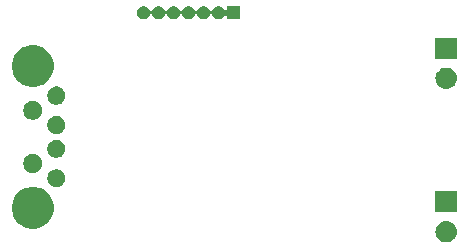
<source format=gbr>
G04 #@! TF.GenerationSoftware,KiCad,Pcbnew,5.1.4-e60b266~84~ubuntu19.04.1*
G04 #@! TF.CreationDate,2019-09-06T13:47:56+02:00*
G04 #@! TF.ProjectId,keyer,6b657965-722e-46b6-9963-61645f706362,rev?*
G04 #@! TF.SameCoordinates,Original*
G04 #@! TF.FileFunction,Soldermask,Bot*
G04 #@! TF.FilePolarity,Negative*
%FSLAX46Y46*%
G04 Gerber Fmt 4.6, Leading zero omitted, Abs format (unit mm)*
G04 Created by KiCad (PCBNEW 5.1.4-e60b266~84~ubuntu19.04.1) date 2019-09-06 13:47:56*
%MOMM*%
%LPD*%
G04 APERTURE LIST*
%ADD10C,0.100000*%
G04 APERTURE END LIST*
D10*
G36*
X142110442Y-134645518D02*
G01*
X142176627Y-134652037D01*
X142346466Y-134703557D01*
X142502991Y-134787222D01*
X142538729Y-134816552D01*
X142640186Y-134899814D01*
X142723448Y-135001271D01*
X142752778Y-135037009D01*
X142836443Y-135193534D01*
X142887963Y-135363373D01*
X142905359Y-135540000D01*
X142887963Y-135716627D01*
X142836443Y-135886466D01*
X142752778Y-136042991D01*
X142723448Y-136078729D01*
X142640186Y-136180186D01*
X142538729Y-136263448D01*
X142502991Y-136292778D01*
X142346466Y-136376443D01*
X142176627Y-136427963D01*
X142110443Y-136434481D01*
X142044260Y-136441000D01*
X141955740Y-136441000D01*
X141889557Y-136434481D01*
X141823373Y-136427963D01*
X141653534Y-136376443D01*
X141497009Y-136292778D01*
X141461271Y-136263448D01*
X141359814Y-136180186D01*
X141276552Y-136078729D01*
X141247222Y-136042991D01*
X141163557Y-135886466D01*
X141112037Y-135716627D01*
X141094641Y-135540000D01*
X141112037Y-135363373D01*
X141163557Y-135193534D01*
X141247222Y-135037009D01*
X141276552Y-135001271D01*
X141359814Y-134899814D01*
X141461271Y-134816552D01*
X141497009Y-134787222D01*
X141653534Y-134703557D01*
X141823373Y-134652037D01*
X141889558Y-134645518D01*
X141955740Y-134639000D01*
X142044260Y-134639000D01*
X142110442Y-134645518D01*
X142110442Y-134645518D01*
G37*
G36*
X107518039Y-131792250D02*
G01*
X107707372Y-131870675D01*
X107841251Y-131926129D01*
X108132134Y-132120491D01*
X108379509Y-132367866D01*
X108573871Y-132658749D01*
X108573871Y-132658750D01*
X108707750Y-132981961D01*
X108776000Y-133325078D01*
X108776000Y-133674922D01*
X108707750Y-134018039D01*
X108629325Y-134207372D01*
X108573871Y-134341251D01*
X108379509Y-134632134D01*
X108132134Y-134879509D01*
X107841251Y-135073871D01*
X107707372Y-135129325D01*
X107518039Y-135207750D01*
X107174922Y-135276000D01*
X106825078Y-135276000D01*
X106481961Y-135207750D01*
X106292628Y-135129325D01*
X106158749Y-135073871D01*
X105867866Y-134879509D01*
X105620491Y-134632134D01*
X105426129Y-134341251D01*
X105370675Y-134207372D01*
X105292250Y-134018039D01*
X105224000Y-133674922D01*
X105224000Y-133325078D01*
X105292250Y-132981961D01*
X105426129Y-132658750D01*
X105426129Y-132658749D01*
X105620491Y-132367866D01*
X105867866Y-132120491D01*
X106158749Y-131926129D01*
X106292628Y-131870675D01*
X106481961Y-131792250D01*
X106825078Y-131724000D01*
X107174922Y-131724000D01*
X107518039Y-131792250D01*
X107518039Y-131792250D01*
G37*
G36*
X142901000Y-133901000D02*
G01*
X141099000Y-133901000D01*
X141099000Y-132099000D01*
X142901000Y-132099000D01*
X142901000Y-133901000D01*
X142901000Y-133901000D01*
G37*
G36*
X109223579Y-130262955D02*
G01*
X109363072Y-130320735D01*
X109363074Y-130320736D01*
X109440062Y-130372178D01*
X109488615Y-130404620D01*
X109595380Y-130511385D01*
X109679265Y-130636928D01*
X109737045Y-130776421D01*
X109766500Y-130924504D01*
X109766500Y-131075496D01*
X109737045Y-131223579D01*
X109679265Y-131363072D01*
X109679264Y-131363074D01*
X109595380Y-131488615D01*
X109488615Y-131595380D01*
X109363074Y-131679264D01*
X109363073Y-131679265D01*
X109363072Y-131679265D01*
X109223579Y-131737045D01*
X109075496Y-131766500D01*
X108924504Y-131766500D01*
X108776421Y-131737045D01*
X108636928Y-131679265D01*
X108636927Y-131679265D01*
X108636926Y-131679264D01*
X108511385Y-131595380D01*
X108404620Y-131488615D01*
X108320736Y-131363074D01*
X108320735Y-131363072D01*
X108262955Y-131223579D01*
X108233500Y-131075496D01*
X108233500Y-130924504D01*
X108262955Y-130776421D01*
X108320735Y-130636928D01*
X108404620Y-130511385D01*
X108511385Y-130404620D01*
X108559938Y-130372178D01*
X108636926Y-130320736D01*
X108636928Y-130320735D01*
X108776421Y-130262955D01*
X108924504Y-130233500D01*
X109075496Y-130233500D01*
X109223579Y-130262955D01*
X109223579Y-130262955D01*
G37*
G36*
X107233642Y-128979781D02*
G01*
X107379414Y-129040162D01*
X107379416Y-129040163D01*
X107510608Y-129127822D01*
X107622178Y-129239392D01*
X107709837Y-129370584D01*
X107709838Y-129370586D01*
X107770219Y-129516358D01*
X107801000Y-129671107D01*
X107801000Y-129828893D01*
X107770219Y-129983642D01*
X107709838Y-130129414D01*
X107709837Y-130129416D01*
X107622178Y-130260608D01*
X107510608Y-130372178D01*
X107379416Y-130459837D01*
X107379415Y-130459838D01*
X107379414Y-130459838D01*
X107233642Y-130520219D01*
X107078893Y-130551000D01*
X106921107Y-130551000D01*
X106766358Y-130520219D01*
X106620586Y-130459838D01*
X106620585Y-130459838D01*
X106620584Y-130459837D01*
X106489392Y-130372178D01*
X106377822Y-130260608D01*
X106290163Y-130129416D01*
X106290162Y-130129414D01*
X106229781Y-129983642D01*
X106199000Y-129828893D01*
X106199000Y-129671107D01*
X106229781Y-129516358D01*
X106290162Y-129370586D01*
X106290163Y-129370584D01*
X106377822Y-129239392D01*
X106489392Y-129127822D01*
X106620584Y-129040163D01*
X106620586Y-129040162D01*
X106766358Y-128979781D01*
X106921107Y-128949000D01*
X107078893Y-128949000D01*
X107233642Y-128979781D01*
X107233642Y-128979781D01*
G37*
G36*
X109223579Y-127762955D02*
G01*
X109363072Y-127820735D01*
X109363074Y-127820736D01*
X109488615Y-127904620D01*
X109595380Y-128011385D01*
X109679265Y-128136928D01*
X109737045Y-128276421D01*
X109766500Y-128424504D01*
X109766500Y-128575496D01*
X109737045Y-128723579D01*
X109679265Y-128863072D01*
X109679264Y-128863074D01*
X109595380Y-128988615D01*
X109488615Y-129095380D01*
X109363074Y-129179264D01*
X109363073Y-129179265D01*
X109363072Y-129179265D01*
X109223579Y-129237045D01*
X109075496Y-129266500D01*
X108924504Y-129266500D01*
X108776421Y-129237045D01*
X108636928Y-129179265D01*
X108636927Y-129179265D01*
X108636926Y-129179264D01*
X108511385Y-129095380D01*
X108404620Y-128988615D01*
X108320736Y-128863074D01*
X108320735Y-128863072D01*
X108262955Y-128723579D01*
X108233500Y-128575496D01*
X108233500Y-128424504D01*
X108262955Y-128276421D01*
X108320735Y-128136928D01*
X108404620Y-128011385D01*
X108511385Y-127904620D01*
X108636926Y-127820736D01*
X108636928Y-127820735D01*
X108776421Y-127762955D01*
X108924504Y-127733500D01*
X109075496Y-127733500D01*
X109223579Y-127762955D01*
X109223579Y-127762955D01*
G37*
G36*
X109223579Y-125762955D02*
G01*
X109363072Y-125820735D01*
X109363074Y-125820736D01*
X109440062Y-125872178D01*
X109488615Y-125904620D01*
X109595380Y-126011385D01*
X109679265Y-126136928D01*
X109737045Y-126276421D01*
X109766500Y-126424504D01*
X109766500Y-126575496D01*
X109737045Y-126723579D01*
X109679265Y-126863072D01*
X109679264Y-126863074D01*
X109595380Y-126988615D01*
X109488615Y-127095380D01*
X109363074Y-127179264D01*
X109363073Y-127179265D01*
X109363072Y-127179265D01*
X109223579Y-127237045D01*
X109075496Y-127266500D01*
X108924504Y-127266500D01*
X108776421Y-127237045D01*
X108636928Y-127179265D01*
X108636927Y-127179265D01*
X108636926Y-127179264D01*
X108511385Y-127095380D01*
X108404620Y-126988615D01*
X108320736Y-126863074D01*
X108320735Y-126863072D01*
X108262955Y-126723579D01*
X108233500Y-126575496D01*
X108233500Y-126424504D01*
X108262955Y-126276421D01*
X108320735Y-126136928D01*
X108404620Y-126011385D01*
X108511385Y-125904620D01*
X108559938Y-125872178D01*
X108636926Y-125820736D01*
X108636928Y-125820735D01*
X108776421Y-125762955D01*
X108924504Y-125733500D01*
X109075496Y-125733500D01*
X109223579Y-125762955D01*
X109223579Y-125762955D01*
G37*
G36*
X107233642Y-124479781D02*
G01*
X107379414Y-124540162D01*
X107379416Y-124540163D01*
X107510608Y-124627822D01*
X107622178Y-124739392D01*
X107709837Y-124870584D01*
X107709838Y-124870586D01*
X107770219Y-125016358D01*
X107801000Y-125171107D01*
X107801000Y-125328893D01*
X107770219Y-125483642D01*
X107709838Y-125629414D01*
X107709837Y-125629416D01*
X107622178Y-125760608D01*
X107510608Y-125872178D01*
X107379416Y-125959837D01*
X107379415Y-125959838D01*
X107379414Y-125959838D01*
X107233642Y-126020219D01*
X107078893Y-126051000D01*
X106921107Y-126051000D01*
X106766358Y-126020219D01*
X106620586Y-125959838D01*
X106620585Y-125959838D01*
X106620584Y-125959837D01*
X106489392Y-125872178D01*
X106377822Y-125760608D01*
X106290163Y-125629416D01*
X106290162Y-125629414D01*
X106229781Y-125483642D01*
X106199000Y-125328893D01*
X106199000Y-125171107D01*
X106229781Y-125016358D01*
X106290162Y-124870586D01*
X106290163Y-124870584D01*
X106377822Y-124739392D01*
X106489392Y-124627822D01*
X106620584Y-124540163D01*
X106620586Y-124540162D01*
X106766358Y-124479781D01*
X106921107Y-124449000D01*
X107078893Y-124449000D01*
X107233642Y-124479781D01*
X107233642Y-124479781D01*
G37*
G36*
X109223579Y-123262955D02*
G01*
X109363072Y-123320735D01*
X109363074Y-123320736D01*
X109446444Y-123376442D01*
X109488615Y-123404620D01*
X109595380Y-123511385D01*
X109679265Y-123636928D01*
X109737045Y-123776421D01*
X109766500Y-123924504D01*
X109766500Y-124075496D01*
X109737045Y-124223579D01*
X109679265Y-124363072D01*
X109679264Y-124363074D01*
X109595380Y-124488615D01*
X109488615Y-124595380D01*
X109363074Y-124679264D01*
X109363073Y-124679265D01*
X109363072Y-124679265D01*
X109223579Y-124737045D01*
X109075496Y-124766500D01*
X108924504Y-124766500D01*
X108776421Y-124737045D01*
X108636928Y-124679265D01*
X108636927Y-124679265D01*
X108636926Y-124679264D01*
X108511385Y-124595380D01*
X108404620Y-124488615D01*
X108320736Y-124363074D01*
X108320735Y-124363072D01*
X108262955Y-124223579D01*
X108233500Y-124075496D01*
X108233500Y-123924504D01*
X108262955Y-123776421D01*
X108320735Y-123636928D01*
X108404620Y-123511385D01*
X108511385Y-123404620D01*
X108553556Y-123376442D01*
X108636926Y-123320736D01*
X108636928Y-123320735D01*
X108776421Y-123262955D01*
X108924504Y-123233500D01*
X109075496Y-123233500D01*
X109223579Y-123262955D01*
X109223579Y-123262955D01*
G37*
G36*
X142110442Y-121645518D02*
G01*
X142176627Y-121652037D01*
X142346466Y-121703557D01*
X142502991Y-121787222D01*
X142538729Y-121816552D01*
X142640186Y-121899814D01*
X142723448Y-122001271D01*
X142752778Y-122037009D01*
X142836443Y-122193534D01*
X142887963Y-122363373D01*
X142905359Y-122540000D01*
X142887963Y-122716627D01*
X142836443Y-122886466D01*
X142752778Y-123042991D01*
X142727435Y-123073871D01*
X142640186Y-123180186D01*
X142539330Y-123262955D01*
X142502991Y-123292778D01*
X142346466Y-123376443D01*
X142176627Y-123427963D01*
X142110442Y-123434482D01*
X142044260Y-123441000D01*
X141955740Y-123441000D01*
X141889558Y-123434482D01*
X141823373Y-123427963D01*
X141653534Y-123376443D01*
X141497009Y-123292778D01*
X141460670Y-123262955D01*
X141359814Y-123180186D01*
X141272565Y-123073871D01*
X141247222Y-123042991D01*
X141163557Y-122886466D01*
X141112037Y-122716627D01*
X141094641Y-122540000D01*
X141112037Y-122363373D01*
X141163557Y-122193534D01*
X141247222Y-122037009D01*
X141276552Y-122001271D01*
X141359814Y-121899814D01*
X141461271Y-121816552D01*
X141497009Y-121787222D01*
X141653534Y-121703557D01*
X141823373Y-121652037D01*
X141889558Y-121645518D01*
X141955740Y-121639000D01*
X142044260Y-121639000D01*
X142110442Y-121645518D01*
X142110442Y-121645518D01*
G37*
G36*
X107518039Y-119792250D02*
G01*
X107707372Y-119870675D01*
X107841251Y-119926129D01*
X108132134Y-120120491D01*
X108379509Y-120367866D01*
X108573871Y-120658749D01*
X108573871Y-120658750D01*
X108707750Y-120981961D01*
X108776000Y-121325078D01*
X108776000Y-121674922D01*
X108707750Y-122018039D01*
X108635058Y-122193532D01*
X108573871Y-122341251D01*
X108379509Y-122632134D01*
X108132134Y-122879509D01*
X107841251Y-123073871D01*
X107707372Y-123129325D01*
X107518039Y-123207750D01*
X107174922Y-123276000D01*
X106825078Y-123276000D01*
X106481961Y-123207750D01*
X106292628Y-123129325D01*
X106158749Y-123073871D01*
X105867866Y-122879509D01*
X105620491Y-122632134D01*
X105426129Y-122341251D01*
X105364942Y-122193532D01*
X105292250Y-122018039D01*
X105224000Y-121674922D01*
X105224000Y-121325078D01*
X105292250Y-120981961D01*
X105426129Y-120658750D01*
X105426129Y-120658749D01*
X105620491Y-120367866D01*
X105867866Y-120120491D01*
X106158749Y-119926129D01*
X106292628Y-119870675D01*
X106481961Y-119792250D01*
X106825078Y-119724000D01*
X107174922Y-119724000D01*
X107518039Y-119792250D01*
X107518039Y-119792250D01*
G37*
G36*
X142901000Y-120901000D02*
G01*
X141099000Y-120901000D01*
X141099000Y-119099000D01*
X142901000Y-119099000D01*
X142901000Y-120901000D01*
X142901000Y-120901000D01*
G37*
G36*
X116488015Y-116456973D02*
G01*
X116591879Y-116488479D01*
X116619055Y-116503005D01*
X116687600Y-116539643D01*
X116771501Y-116608499D01*
X116840357Y-116692400D01*
X116851662Y-116713551D01*
X116891521Y-116788121D01*
X116895388Y-116800869D01*
X116904760Y-116823496D01*
X116918374Y-116843870D01*
X116935701Y-116861197D01*
X116956075Y-116874811D01*
X116978714Y-116884188D01*
X117002747Y-116888969D01*
X117027251Y-116888969D01*
X117051285Y-116884189D01*
X117073924Y-116874812D01*
X117094298Y-116861198D01*
X117111625Y-116843871D01*
X117125239Y-116823497D01*
X117134612Y-116800869D01*
X117138479Y-116788121D01*
X117178338Y-116713551D01*
X117189643Y-116692400D01*
X117258499Y-116608499D01*
X117342400Y-116539643D01*
X117410945Y-116503005D01*
X117438121Y-116488479D01*
X117541985Y-116456973D01*
X117622933Y-116449000D01*
X117677067Y-116449000D01*
X117758015Y-116456973D01*
X117861879Y-116488479D01*
X117889055Y-116503005D01*
X117957600Y-116539643D01*
X118041501Y-116608499D01*
X118110357Y-116692400D01*
X118121662Y-116713551D01*
X118161521Y-116788121D01*
X118165388Y-116800869D01*
X118174760Y-116823496D01*
X118188374Y-116843870D01*
X118205701Y-116861197D01*
X118226075Y-116874811D01*
X118248714Y-116884188D01*
X118272747Y-116888969D01*
X118297251Y-116888969D01*
X118321285Y-116884189D01*
X118343924Y-116874812D01*
X118364298Y-116861198D01*
X118381625Y-116843871D01*
X118395239Y-116823497D01*
X118404612Y-116800869D01*
X118408479Y-116788121D01*
X118448338Y-116713551D01*
X118459643Y-116692400D01*
X118528499Y-116608499D01*
X118612400Y-116539643D01*
X118680945Y-116503005D01*
X118708121Y-116488479D01*
X118811985Y-116456973D01*
X118892933Y-116449000D01*
X118947067Y-116449000D01*
X119028015Y-116456973D01*
X119131879Y-116488479D01*
X119159055Y-116503005D01*
X119227600Y-116539643D01*
X119311501Y-116608499D01*
X119380357Y-116692400D01*
X119391662Y-116713551D01*
X119431521Y-116788121D01*
X119435388Y-116800869D01*
X119444760Y-116823496D01*
X119458374Y-116843870D01*
X119475701Y-116861197D01*
X119496075Y-116874811D01*
X119518714Y-116884188D01*
X119542747Y-116888969D01*
X119567251Y-116888969D01*
X119591285Y-116884189D01*
X119613924Y-116874812D01*
X119634298Y-116861198D01*
X119651625Y-116843871D01*
X119665239Y-116823497D01*
X119674612Y-116800869D01*
X119678479Y-116788121D01*
X119718338Y-116713551D01*
X119729643Y-116692400D01*
X119798499Y-116608499D01*
X119882400Y-116539643D01*
X119950945Y-116503005D01*
X119978121Y-116488479D01*
X120081985Y-116456973D01*
X120162933Y-116449000D01*
X120217067Y-116449000D01*
X120298015Y-116456973D01*
X120401879Y-116488479D01*
X120429055Y-116503005D01*
X120497600Y-116539643D01*
X120581501Y-116608499D01*
X120650357Y-116692400D01*
X120661662Y-116713551D01*
X120701521Y-116788121D01*
X120705388Y-116800869D01*
X120714760Y-116823496D01*
X120728374Y-116843870D01*
X120745701Y-116861197D01*
X120766075Y-116874811D01*
X120788714Y-116884188D01*
X120812747Y-116888969D01*
X120837251Y-116888969D01*
X120861285Y-116884189D01*
X120883924Y-116874812D01*
X120904298Y-116861198D01*
X120921625Y-116843871D01*
X120935239Y-116823497D01*
X120944612Y-116800869D01*
X120948479Y-116788121D01*
X120988338Y-116713551D01*
X120999643Y-116692400D01*
X121068499Y-116608499D01*
X121152400Y-116539643D01*
X121220945Y-116503005D01*
X121248121Y-116488479D01*
X121351985Y-116456973D01*
X121432933Y-116449000D01*
X121487067Y-116449000D01*
X121568015Y-116456973D01*
X121671879Y-116488479D01*
X121699055Y-116503005D01*
X121767600Y-116539643D01*
X121851501Y-116608499D01*
X121920357Y-116692400D01*
X121931662Y-116713551D01*
X121971521Y-116788121D01*
X121975388Y-116800869D01*
X121984760Y-116823496D01*
X121998374Y-116843870D01*
X122015701Y-116861197D01*
X122036075Y-116874811D01*
X122058714Y-116884188D01*
X122082747Y-116888969D01*
X122107251Y-116888969D01*
X122131285Y-116884189D01*
X122153924Y-116874812D01*
X122174298Y-116861198D01*
X122191625Y-116843871D01*
X122205239Y-116823497D01*
X122214612Y-116800869D01*
X122218479Y-116788121D01*
X122258338Y-116713551D01*
X122269643Y-116692400D01*
X122338499Y-116608499D01*
X122422400Y-116539643D01*
X122490945Y-116503005D01*
X122518121Y-116488479D01*
X122621985Y-116456973D01*
X122702933Y-116449000D01*
X122757067Y-116449000D01*
X122838015Y-116456973D01*
X122941879Y-116488479D01*
X122969055Y-116503005D01*
X123037600Y-116539643D01*
X123121501Y-116608499D01*
X123190356Y-116692400D01*
X123213764Y-116736193D01*
X123227375Y-116756563D01*
X123244702Y-116773890D01*
X123265076Y-116787504D01*
X123287715Y-116796881D01*
X123311748Y-116801662D01*
X123336252Y-116801662D01*
X123360286Y-116796882D01*
X123382924Y-116787505D01*
X123403299Y-116773891D01*
X123420626Y-116756564D01*
X123434240Y-116736190D01*
X123443617Y-116713551D01*
X123448398Y-116689518D01*
X123449000Y-116677265D01*
X123449000Y-116449000D01*
X124551000Y-116449000D01*
X124551000Y-117551000D01*
X123449000Y-117551000D01*
X123449000Y-117322735D01*
X123446598Y-117298349D01*
X123439485Y-117274900D01*
X123427934Y-117253289D01*
X123412389Y-117234347D01*
X123393447Y-117218802D01*
X123371836Y-117207251D01*
X123348387Y-117200138D01*
X123324001Y-117197736D01*
X123299615Y-117200138D01*
X123276166Y-117207251D01*
X123254555Y-117218802D01*
X123235613Y-117234347D01*
X123220068Y-117253289D01*
X123213767Y-117263802D01*
X123190356Y-117307600D01*
X123190355Y-117307601D01*
X123121501Y-117391501D01*
X123037600Y-117460357D01*
X122969055Y-117496995D01*
X122941879Y-117511521D01*
X122838015Y-117543027D01*
X122757067Y-117551000D01*
X122702933Y-117551000D01*
X122621985Y-117543027D01*
X122518121Y-117511521D01*
X122490945Y-117496995D01*
X122422400Y-117460357D01*
X122338499Y-117391501D01*
X122269643Y-117307600D01*
X122230489Y-117234347D01*
X122218479Y-117211879D01*
X122214612Y-117199131D01*
X122205240Y-117176504D01*
X122191626Y-117156130D01*
X122174299Y-117138803D01*
X122153925Y-117125189D01*
X122131286Y-117115812D01*
X122107253Y-117111031D01*
X122082749Y-117111031D01*
X122058715Y-117115811D01*
X122036076Y-117125188D01*
X122015702Y-117138802D01*
X121998375Y-117156129D01*
X121984761Y-117176503D01*
X121975388Y-117199131D01*
X121971521Y-117211879D01*
X121959511Y-117234347D01*
X121920357Y-117307600D01*
X121851501Y-117391501D01*
X121767600Y-117460357D01*
X121699055Y-117496995D01*
X121671879Y-117511521D01*
X121568015Y-117543027D01*
X121487067Y-117551000D01*
X121432933Y-117551000D01*
X121351985Y-117543027D01*
X121248121Y-117511521D01*
X121220945Y-117496995D01*
X121152400Y-117460357D01*
X121068499Y-117391501D01*
X120999643Y-117307600D01*
X120960489Y-117234347D01*
X120948479Y-117211879D01*
X120944612Y-117199131D01*
X120935240Y-117176504D01*
X120921626Y-117156130D01*
X120904299Y-117138803D01*
X120883925Y-117125189D01*
X120861286Y-117115812D01*
X120837253Y-117111031D01*
X120812749Y-117111031D01*
X120788715Y-117115811D01*
X120766076Y-117125188D01*
X120745702Y-117138802D01*
X120728375Y-117156129D01*
X120714761Y-117176503D01*
X120705388Y-117199131D01*
X120701521Y-117211879D01*
X120689511Y-117234347D01*
X120650357Y-117307600D01*
X120581501Y-117391501D01*
X120497600Y-117460357D01*
X120429055Y-117496995D01*
X120401879Y-117511521D01*
X120298015Y-117543027D01*
X120217067Y-117551000D01*
X120162933Y-117551000D01*
X120081985Y-117543027D01*
X119978121Y-117511521D01*
X119950945Y-117496995D01*
X119882400Y-117460357D01*
X119798499Y-117391501D01*
X119729643Y-117307600D01*
X119690489Y-117234347D01*
X119678479Y-117211879D01*
X119674612Y-117199131D01*
X119665240Y-117176504D01*
X119651626Y-117156130D01*
X119634299Y-117138803D01*
X119613925Y-117125189D01*
X119591286Y-117115812D01*
X119567253Y-117111031D01*
X119542749Y-117111031D01*
X119518715Y-117115811D01*
X119496076Y-117125188D01*
X119475702Y-117138802D01*
X119458375Y-117156129D01*
X119444761Y-117176503D01*
X119435388Y-117199131D01*
X119431521Y-117211879D01*
X119419511Y-117234347D01*
X119380357Y-117307600D01*
X119311501Y-117391501D01*
X119227600Y-117460357D01*
X119159055Y-117496995D01*
X119131879Y-117511521D01*
X119028015Y-117543027D01*
X118947067Y-117551000D01*
X118892933Y-117551000D01*
X118811985Y-117543027D01*
X118708121Y-117511521D01*
X118680945Y-117496995D01*
X118612400Y-117460357D01*
X118528499Y-117391501D01*
X118459643Y-117307600D01*
X118420489Y-117234347D01*
X118408479Y-117211879D01*
X118404612Y-117199131D01*
X118395240Y-117176504D01*
X118381626Y-117156130D01*
X118364299Y-117138803D01*
X118343925Y-117125189D01*
X118321286Y-117115812D01*
X118297253Y-117111031D01*
X118272749Y-117111031D01*
X118248715Y-117115811D01*
X118226076Y-117125188D01*
X118205702Y-117138802D01*
X118188375Y-117156129D01*
X118174761Y-117176503D01*
X118165388Y-117199131D01*
X118161521Y-117211879D01*
X118149511Y-117234347D01*
X118110357Y-117307600D01*
X118041501Y-117391501D01*
X117957600Y-117460357D01*
X117889055Y-117496995D01*
X117861879Y-117511521D01*
X117758015Y-117543027D01*
X117677067Y-117551000D01*
X117622933Y-117551000D01*
X117541985Y-117543027D01*
X117438121Y-117511521D01*
X117410945Y-117496995D01*
X117342400Y-117460357D01*
X117258499Y-117391501D01*
X117189643Y-117307600D01*
X117150489Y-117234347D01*
X117138479Y-117211879D01*
X117134612Y-117199131D01*
X117125240Y-117176504D01*
X117111626Y-117156130D01*
X117094299Y-117138803D01*
X117073925Y-117125189D01*
X117051286Y-117115812D01*
X117027253Y-117111031D01*
X117002749Y-117111031D01*
X116978715Y-117115811D01*
X116956076Y-117125188D01*
X116935702Y-117138802D01*
X116918375Y-117156129D01*
X116904761Y-117176503D01*
X116895388Y-117199131D01*
X116891521Y-117211879D01*
X116879511Y-117234347D01*
X116840357Y-117307600D01*
X116771501Y-117391501D01*
X116687600Y-117460357D01*
X116619055Y-117496995D01*
X116591879Y-117511521D01*
X116488015Y-117543027D01*
X116407067Y-117551000D01*
X116352933Y-117551000D01*
X116271985Y-117543027D01*
X116168121Y-117511521D01*
X116140945Y-117496995D01*
X116072400Y-117460357D01*
X115988499Y-117391501D01*
X115919643Y-117307600D01*
X115880489Y-117234347D01*
X115868479Y-117211879D01*
X115836973Y-117108015D01*
X115826334Y-117000000D01*
X115836973Y-116891985D01*
X115868479Y-116788121D01*
X115908338Y-116713551D01*
X115919643Y-116692400D01*
X115988499Y-116608499D01*
X116072400Y-116539643D01*
X116140945Y-116503005D01*
X116168121Y-116488479D01*
X116271985Y-116456973D01*
X116352933Y-116449000D01*
X116407067Y-116449000D01*
X116488015Y-116456973D01*
X116488015Y-116456973D01*
G37*
M02*

</source>
